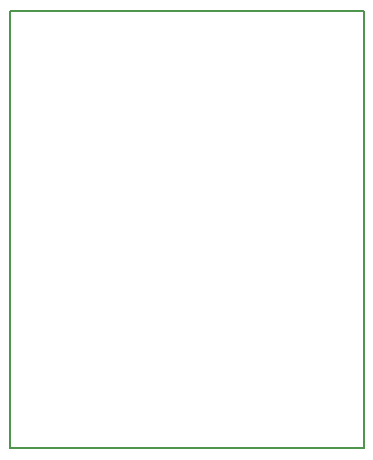
<source format=gm1>
%TF.GenerationSoftware,KiCad,Pcbnew,4.0.7*%
%TF.CreationDate,2018-02-09T12:23:56+01:00*%
%TF.ProjectId,Metronome,4D6574726F6E6F6D652E6B696361645F,1.0*%
%TF.FileFunction,Profile,NP*%
%FSLAX46Y46*%
G04 Gerber Fmt 4.6, Leading zero omitted, Abs format (unit mm)*
G04 Created by KiCad (PCBNEW 4.0.7) date 02/09/18 12:23:56*
%MOMM*%
%LPD*%
G01*
G04 APERTURE LIST*
%ADD10C,0.127000*%
G04 APERTURE END LIST*
D10*
X130632400Y-76111200D02*
X130632400Y-113111200D01*
X130632400Y-113111200D02*
X160632400Y-113111200D01*
X160632400Y-76111200D02*
X160632400Y-113111200D01*
X130632400Y-76111200D02*
X160632400Y-76111200D01*
M02*

</source>
